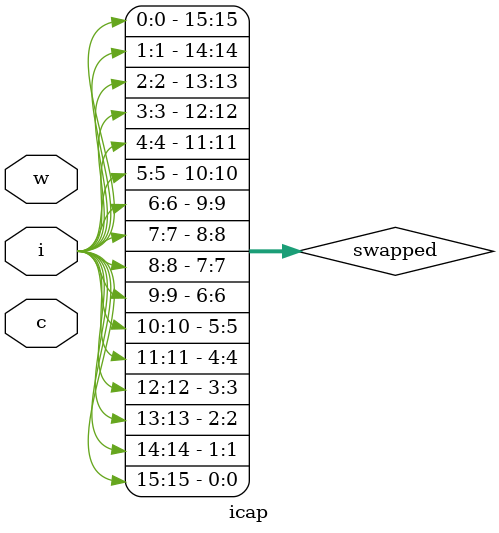
<source format=v>
/*
 * Copyright (C) 2014 Harmon Instruments, LLC
 *
 * This program is free software: you can redistribute it and/or modify
 * it under the terms of the GNU General Public License as published by
 * the Free Software Foundation, either version 3 of the License, or
 * (at your option) any later version.
 *
 * This program is distributed in the hope that it will be useful,
 * but WITHOUT ANY WARRANTY; without even the implied warranty of
 * MERCHANTABILITY or FITNESS FOR A PARTICULAR PURPOSE.  See the
 * GNU General Public License for more details.
 *
 * You should have received a copy of the GNU General Public License
 * along with this program.  If not, see <http://www.gnu.org/licenses/
 *
 * Xilinx internal configuration access port
 *
 */

`timescale 1ns / 1ps
`include "config.vh"

module icap(input c, w, input [15:0] i);
   reg [3:0] state = 0;
   wire [15:0] swapped;
   reg [15:0]  di;
   genvar      j;
   generate
      for(j=0; j<16; j=j+1)
	begin : swap
	   assign swapped[j] = i[15-j];
	end
   endgenerate
   always @ (posedge c)
     begin
	if(w)
	  di <= swapped;
	if(w)
	  state <= 1'b1;
	else if(state != 0)
	  state <= state + 1'b1;
     end
   // Write and CE are active low, I is bit swapped
`ifdef SPARTAN3A
   ICAP_SPARTAN3A ICAP_i(.BUSY(), .O(), .CE(1'b0), .CLK(state[2]),
			 .I(state[3] ? di[15:8] : di[7:0]), .WRITE(1'b0));
`endif
`ifdef SPARTAN6
   ICAP_SPARTAN6 ICAP_i(.BUSY(), .O(), .CE(1'b0), .CLK(state[3]), .I(di),
			.WRITE(1'b0));
`endif
`ifdef X7SERIES
   ICAPE2 #(.ICAP_WIDTH("X16")) ICAP_i(.O(), .CLK(state[3]), .CSIB(1'b0),
				       .I(di), .RDWRB(1'b0));
`endif
endmodule


</source>
